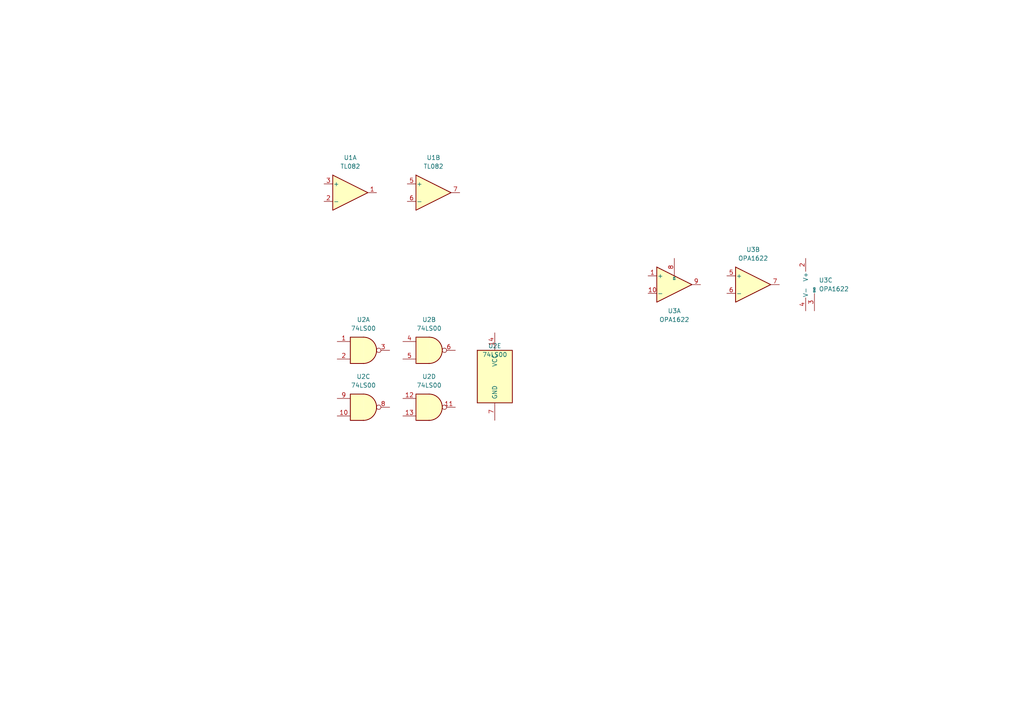
<source format=kicad_sch>
(kicad_sch (version 20211123) (generator eeschema)
  (paper "A4")
  (lib_symbols
    (symbol "74xx:74LS00" (pin_names (offset 1.016))
      (property "Reference" "U" (at 0 1.27 0))
      (property "Value" "74LS00" (at 0 -1.27 0))
      (symbol "74LS00_1_1"
        (arc (start 0 -3.81) (mid 3.81 0) (end 0 3.81) (stroke (width 0.254)) (fill (type background)))
        (polyline (pts (xy 0 3.81) (xy -3.81 3.81) (xy -3.81 -3.81) (xy 0 -3.81)) (stroke (width 0.254)) (fill (type background)))
        (pin input line (at -7.62 2.54 0) (length 3.81) (name "~") (number "1"))
        (pin input line (at -7.62 -2.54 0) (length 3.81) (name "~") (number "2"))
        (pin output inverted (at 7.62 0 180) (length 3.81) (name "~") (number "3"))
      )
      (symbol "74LS00_1_2"
        (arc (start -3.81 -3.81) (mid -2.589 0) (end -3.81 3.81) (stroke (width 0.254)))
        (arc (start -0.6096 -3.81) (mid 2.1842 -2.5851) (end 3.81 0) (stroke (width 0.254)) (fill (type background)))
        (polyline (pts (xy -3.81 -3.81) (xy -0.635 -3.81)) (stroke (width 0.254)) (fill (type background)))
        (polyline (pts (xy -3.81 3.81) (xy -0.635 3.81)) (stroke (width 0.254)) (fill (type background)))
        (polyline (pts (xy -0.635 3.81) (xy -3.81 3.81) (xy -3.81 3.81) (xy -3.556 3.4036) (xy -3.0226 2.2606) (xy -2.6924 1.0414) (xy -2.6162 -0.254) (xy -2.7686 -1.4986) (xy -3.175 -2.7178) (xy -3.81 -3.81) (xy -3.81 -3.81) (xy -0.635 -3.81)) (stroke (width -25.4)) (fill (type background)))
        (arc (start 3.81 0) (mid 2.1915 2.5936) (end -0.6096 3.81) (stroke (width 0.254)) (fill (type background)))
        (pin input inverted (at -7.62 2.54 0) (length 4.318) (name "~") (number "1"))
        (pin input inverted (at -7.62 -2.54 0) (length 4.318) (name "~") (number "2"))
        (pin output line (at 7.62 0 180) (length 3.81) (name "~") (number "3"))
      )
      (symbol "74LS00_2_1"
        (arc (start 0 -3.81) (mid 3.81 0) (end 0 3.81) (stroke (width 0.254)) (fill (type background)))
        (polyline (pts (xy 0 3.81) (xy -3.81 3.81) (xy -3.81 -3.81) (xy 0 -3.81)) (stroke (width 0.254)) (fill (type background)))
        (pin input line (at -7.62 2.54 0) (length 3.81) (name "~") (number "4"))
        (pin input line (at -7.62 -2.54 0) (length 3.81) (name "~") (number "5"))
        (pin output inverted (at 7.62 0 180) (length 3.81) (name "~") (number "6"))
      )
      (symbol "74LS00_2_2"
        (arc (start -3.81 -3.81) (mid -2.589 0) (end -3.81 3.81) (stroke (width 0.254)))
        (arc (start -0.6096 -3.81) (mid 2.1842 -2.5851) (end 3.81 0) (stroke (width 0.254)) (fill (type background)))
        (polyline (pts (xy -3.81 -3.81) (xy -0.635 -3.81)) (stroke (width 0.254)) (fill (type background)))
        (polyline (pts (xy -3.81 3.81) (xy -0.635 3.81)) (stroke (width 0.254)) (fill (type background)))
        (polyline (pts (xy -0.635 3.81) (xy -3.81 3.81) (xy -3.81 3.81) (xy -3.556 3.4036) (xy -3.0226 2.2606) (xy -2.6924 1.0414) (xy -2.6162 -0.254) (xy -2.7686 -1.4986) (xy -3.175 -2.7178) (xy -3.81 -3.81) (xy -3.81 -3.81) (xy -0.635 -3.81)) (stroke (width -25.4)) (fill (type background)))
        (arc (start 3.81 0) (mid 2.1915 2.5936) (end -0.6096 3.81) (stroke (width 0.254)) (fill (type background)))
        (pin input inverted (at -7.62 2.54 0) (length 4.318) (name "~") (number "4"))
        (pin input inverted (at -7.62 -2.54 0) (length 4.318) (name "~") (number "5"))
        (pin output line (at 7.62 0 180) (length 3.81) (name "~") (number "6"))
      )
      (symbol "74LS00_3_1"
        (arc (start 0 -3.81) (mid 3.81 0) (end 0 3.81) (stroke (width 0.254)) (fill (type background)))
        (polyline (pts (xy 0 3.81) (xy -3.81 3.81) (xy -3.81 -3.81) (xy 0 -3.81)) (stroke (width 0.254)) (fill (type background)))
        (pin input line (at -7.62 -2.54 0) (length 3.81) (name "~") (number "10"))
        (pin output inverted (at 7.62 0 180) (length 3.81) (name "~") (number "8"))
        (pin input line (at -7.62 2.54 0) (length 3.81) (name "~") (number "9"))
      )
      (symbol "74LS00_3_2"
        (arc (start -3.81 -3.81) (mid -2.589 0) (end -3.81 3.81) (stroke (width 0.254)))
        (arc (start -0.6096 -3.81) (mid 2.1842 -2.5851) (end 3.81 0) (stroke (width 0.254)) (fill (type background)))
        (polyline (pts (xy -3.81 -3.81) (xy -0.635 -3.81)) (stroke (width 0.254)) (fill (type background)))
        (polyline (pts (xy -3.81 3.81) (xy -0.635 3.81)) (stroke (width 0.254)) (fill (type background)))
        (polyline (pts (xy -0.635 3.81) (xy -3.81 3.81) (xy -3.81 3.81) (xy -3.556 3.4036) (xy -3.0226 2.2606) (xy -2.6924 1.0414) (xy -2.6162 -0.254) (xy -2.7686 -1.4986) (xy -3.175 -2.7178) (xy -3.81 -3.81) (xy -3.81 -3.81) (xy -0.635 -3.81)) (stroke (width -25.4)) (fill (type background)))
        (arc (start 3.81 0) (mid 2.1915 2.5936) (end -0.6096 3.81) (stroke (width 0.254)) (fill (type background)))
        (pin input inverted (at -7.62 -2.54 0) (length 4.318) (name "~") (number "10"))
        (pin output line (at 7.62 0 180) (length 3.81) (name "~") (number "8"))
        (pin input inverted (at -7.62 2.54 0) (length 4.318) (name "~") (number "9"))
      )
      (symbol "74LS00_4_1"
        (arc (start 0 -3.81) (mid 3.81 0) (end 0 3.81) (stroke (width 0.254)) (fill (type background)))
        (polyline (pts (xy 0 3.81) (xy -3.81 3.81) (xy -3.81 -3.81) (xy 0 -3.81)) (stroke (width 0.254)) (fill (type background)))
        (pin output inverted (at 7.62 0 180) (length 3.81) (name "~") (number "11"))
        (pin input line (at -7.62 2.54 0) (length 3.81) (name "~") (number "12"))
        (pin input line (at -7.62 -2.54 0) (length 3.81) (name "~") (number "13"))
      )
      (symbol "74LS00_4_2"
        (arc (start -3.81 -3.81) (mid -2.589 0) (end -3.81 3.81) (stroke (width 0.254)))
        (arc (start -0.6096 -3.81) (mid 2.1842 -2.5851) (end 3.81 0) (stroke (width 0.254)) (fill (type background)))
        (polyline (pts (xy -3.81 -3.81) (xy -0.635 -3.81)) (stroke (width 0.254)) (fill (type background)))
        (polyline (pts (xy -3.81 3.81) (xy -0.635 3.81)) (stroke (width 0.254)) (fill (type background)))
        (polyline (pts (xy -0.635 3.81) (xy -3.81 3.81) (xy -3.81 3.81) (xy -3.556 3.4036) (xy -3.0226 2.2606) (xy -2.6924 1.0414) (xy -2.6162 -0.254) (xy -2.7686 -1.4986) (xy -3.175 -2.7178) (xy -3.81 -3.81) (xy -3.81 -3.81) (xy -0.635 -3.81)) (stroke (width -25.4)) (fill (type background)))
        (arc (start 3.81 0) (mid 2.1915 2.5936) (end -0.6096 3.81) (stroke (width 0.254)) (fill (type background)))
        (pin output line (at 7.62 0 180) (length 3.81) (name "~") (number "11"))
        (pin input inverted (at -7.62 2.54 0) (length 4.318) (name "~") (number "12"))
        (pin input inverted (at -7.62 -2.54 0) (length 4.318) (name "~") (number "13"))
      )
      (symbol "74LS00_5_0"
        (pin power_in line (at 0 12.7 270) (length 5.08) (name "VCC") (number "14"))
        (pin power_in line (at 0 -12.7 90) (length 5.08) (name "GND") (number "7"))
      )
      (symbol "74LS00_5_1"
        (rectangle (start -5.08 7.62) (end 5.08 -7.62) (stroke (width 0.254)) (fill (type background)))
      )
    )
    (symbol "Amplifier_Audio:OPA1622" (pin_names (offset 0.127))
      (property "Reference" "U" (at 3.81 6.35 0))
      (property "Value" "OPA1622" (at 3.81 3.81 0))
      (symbol "OPA1622_1_1"
        (polyline (pts (xy -5.08 5.08) (xy 5.08 0) (xy -5.08 -5.08) (xy -5.08 5.08) (xy -5.08 5.08)) (stroke (width 0.254)) (fill (type background)))
        (pin input line (at -7.62 2.54 0) (length 2.54) (name "+") (number "1"))
        (pin input line (at -7.62 -2.54 0) (length 2.54) (name "-") (number "10"))
        (pin input line (at 0 7.62 270) (length 5.08) (name "EN") (number "8"))
        (pin output line (at 7.62 0 180) (length 2.54) (name "~") (number "9"))
      )
      (symbol "OPA1622_2_1"
        (polyline (pts (xy -5.08 5.08) (xy 5.08 0) (xy -5.08 -5.08) (xy -5.08 5.08) (xy -5.08 5.08)) (stroke (width 0.254)) (fill (type background)))
        (pin input line (at -7.62 2.54 0) (length 2.54) (name "+") (number "5"))
        (pin input line (at -7.62 -2.54 0) (length 2.54) (name "-") (number "6"))
        (pin output line (at 7.62 0 180) (length 2.54) (name "~") (number "7"))
      )
      (symbol "OPA1622_3_1"
        (pin passive line (at -2.54 -7.62 90) (length 3.81) hide (name "V-") (number "11"))
        (pin power_in line (at -2.54 7.62 270) (length 3.81) (name "V+") (number "2"))
        (pin power_in line (at 0 -7.62 90) (length 5.08) (name "GND") (number "3"))
        (pin power_in line (at -2.54 -7.62 90) (length 3.81) (name "V-") (number "4"))
      )
    )
    (symbol "Amplifier_Operational:TL082" (pin_names (offset 0.127))
      (property "Reference" "U" (at 0 5.08 0))
      (property "Value" "TL082" (at 0 -5.08 0))
      (symbol "TL082_1_1"
        (polyline (pts (xy -5.08 5.08) (xy 5.08 0) (xy -5.08 -5.08) (xy -5.08 5.08)) (stroke (width 0.254)) (fill (type background)))
        (pin output line (at 7.62 0 180) (length 2.54) (name "~") (number "1"))
        (pin input line (at -7.62 -2.54 0) (length 2.54) (name "-") (number "2"))
        (pin input line (at -7.62 2.54 0) (length 2.54) (name "+") (number "3"))
      )
      (symbol "TL082_2_1"
        (polyline (pts (xy -5.08 5.08) (xy 5.08 0) (xy -5.08 -5.08) (xy -5.08 5.08)) (stroke (width 0.254)) (fill (type background)))
        (pin input line (at -7.62 2.54 0) (length 2.54) (name "+") (number "5"))
        (pin input line (at -7.62 -2.54 0) (length 2.54) (name "-") (number "6"))
        (pin output line (at 7.62 0 180) (length 2.54) (name "~") (number "7"))
      )
      (symbol "TL082_3_1"
        (pin power_in line (at -2.54 -7.62 90) (length 3.81) (name "V-") (number "4"))
        (pin power_in line (at -2.54 7.62 270) (length 3.81) (name "V+") (number "8"))
      )
    )
  )
  (symbol (lib_id "74xx:74LS00") (at 143.51 109.22 0) (unit 5)
    (property "Reference" "U2" (at 143.51 100.33 0))
    (property "Value" "74LS00" (at 143.51 102.87 0))
    (property "Datasheet" "http://www.ti.com/lit/gpn/sn74ls00" (effects hide))
  )
  (symbol (lib_id "Amplifier_Operational:TL082") (at 101.6 55.88 0) (unit 1)
    (property "Reference" "U1" (at 101.6 45.72 0))
    (property "Value" "TL082" (at 101.6 48.26 0))
    (property "Datasheet" "http://www.ti.com/lit/ds/symlink/tl081.pdf" (effects hide))
  )
  (symbol (lib_id "74xx:74LS00") (at 124.46 118.11 0) (unit 4)
    (property "Reference" "U2" (at 124.46 109.22 0))
    (property "Value" "74LS00" (at 124.46 111.76 0))
    (property "Datasheet" "http://www.ti.com/lit/gpn/sn74ls00" (effects hide))
  )
  (symbol (lib_id "74xx:74LS00") (at 124.46 101.6 0) (unit 2)
    (property "Reference" "U2" (at 124.46 92.71 0))
    (property "Value" "74LS00" (at 124.46 95.25 0))
    (property "Datasheet" "http://www.ti.com/lit/gpn/sn74ls00" (effects hide))
  )
  (symbol (lib_id "Amplifier_Operational:TL082") (at 125.73 55.88 0) (unit 2)
    (property "Reference" "U1" (at 125.73 45.72 0))
    (property "Value" "TL082" (at 125.73 48.26 0))
    (property "Datasheet" "http://www.ti.com/lit/ds/symlink/tl081.pdf" (effects hide))
  )
  (symbol (lib_id "Amplifier_Audio:OPA1622") (at 218.44 82.55 0) (unit 2)
    (property "Reference" "U3" (at 218.44 72.39 0))
    (property "Value" "OPA1622" (at 218.44 74.93 0))
    (property "Footprint" "Package_SON:Texas_S-PVSON-N10" (effects hide))
    (property "Datasheet" "http://www.ti.com/lit/ds/symlink/opa1622.pdf" (effects hide))
  )
  (symbol (lib_id "74xx:74LS00") (at 105.41 101.6 0) (unit 1)
    (property "Reference" "U2" (at 105.41 92.71 0))
    (property "Value" "74LS00" (at 105.41 95.25 0))
    (property "Datasheet" "http://www.ti.com/lit/gpn/sn74ls00" (effects hide))
  )
  (symbol (lib_id "Amplifier_Audio:OPA1622") (at 195.58 82.55 0) (unit 1)
    (property "Reference" "U3" (at 195.58 90.17 0))
    (property "Value" "OPA1622" (at 195.58 92.71 0))
    (property "Footprint" "Package_SON:Texas_S-PVSON-N10" (effects hide))
    (property "Datasheet" "http://www.ti.com/lit/ds/symlink/opa1622.pdf" (effects hide))
  )
  (symbol (lib_id "74xx:74LS00") (at 105.41 118.11 0) (unit 3)
    (property "Reference" "U2" (at 105.41 109.22 0))
    (property "Value" "74LS00" (at 105.41 111.76 0))
    (property "Datasheet" "http://www.ti.com/lit/gpn/sn74ls00" (effects hide))
  )
  (symbol (lib_id "Amplifier_Audio:OPA1622") (at 236.22 82.55 0) (unit 3)
    (property "Reference" "U3" (at 237.49 81.2799 0) (effects (justify left)))
    (property "Value" "OPA1622" (at 237.49 83.8199 0) (effects (justify left)))
    (property "Footprint" "Package_SON:Texas_S-PVSON-N10" (effects hide))
    (property "Datasheet" "http://www.ti.com/lit/ds/symlink/opa1622.pdf" (effects hide))
  )
)
</source>
